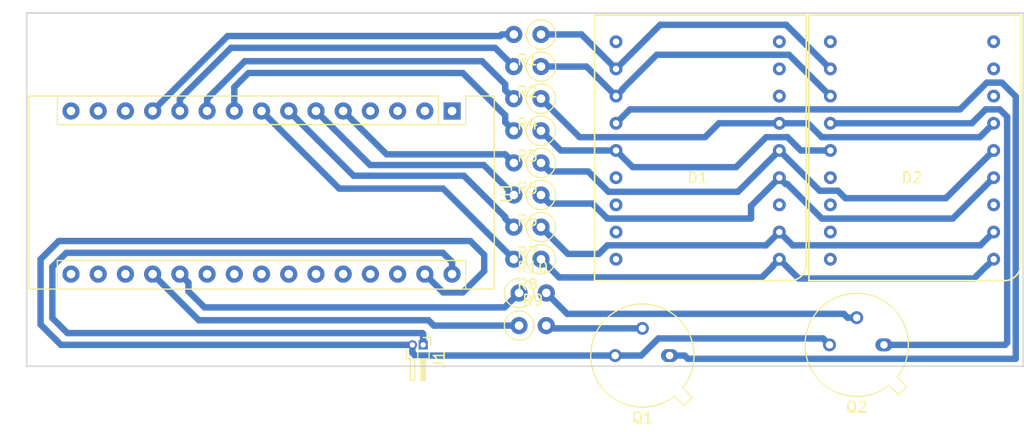
<source format=kicad_pcb>
(kicad_pcb (version 20171130) (host pcbnew 5.0.2-bee76a0~70~ubuntu18.04.1)

  (general
    (thickness 1.6)
    (drawings 4)
    (tracks 160)
    (zones 0)
    (modules 16)
    (nets 61)
  )

  (page A4)
  (layers
    (0 F.Cu signal)
    (31 B.Cu signal)
    (32 B.Adhes user)
    (33 F.Adhes user)
    (34 B.Paste user)
    (35 F.Paste user)
    (36 B.SilkS user)
    (37 F.SilkS user)
    (38 B.Mask user)
    (39 F.Mask user)
    (40 Dwgs.User user)
    (41 Cmts.User user)
    (42 Eco1.User user)
    (43 Eco2.User user)
    (44 Edge.Cuts user)
    (45 Margin user)
    (46 B.CrtYd user)
    (47 F.CrtYd user)
    (48 B.Fab user)
    (49 F.Fab user)
  )

  (setup
    (last_trace_width 0.25)
    (user_trace_width 0.6)
    (user_trace_width 0.8)
    (user_trace_width 1)
    (user_trace_width 1.2)
    (user_trace_width 1.4)
    (trace_clearance 0.2)
    (zone_clearance 0.508)
    (zone_45_only no)
    (trace_min 0.2)
    (segment_width 0.2)
    (edge_width 0.15)
    (via_size 0.8)
    (via_drill 0.4)
    (via_min_size 0.4)
    (via_min_drill 0.3)
    (user_via 1.2 0.5)
    (uvia_size 0.3)
    (uvia_drill 0.1)
    (uvias_allowed no)
    (uvia_min_size 0.2)
    (uvia_min_drill 0.1)
    (pcb_text_width 0.3)
    (pcb_text_size 1.5 1.5)
    (mod_edge_width 0.15)
    (mod_text_size 1 1)
    (mod_text_width 0.15)
    (pad_size 1.524 1.524)
    (pad_drill 0.762)
    (pad_to_mask_clearance 0.051)
    (solder_mask_min_width 0.25)
    (aux_axis_origin 0 0)
    (visible_elements 7FFFFFFF)
    (pcbplotparams
      (layerselection 0x010fc_ffffffff)
      (usegerberextensions false)
      (usegerberattributes false)
      (usegerberadvancedattributes false)
      (creategerberjobfile false)
      (excludeedgelayer true)
      (linewidth 0.100000)
      (plotframeref false)
      (viasonmask false)
      (mode 1)
      (useauxorigin false)
      (hpglpennumber 1)
      (hpglpenspeed 20)
      (hpglpendiameter 15.000000)
      (psnegative false)
      (psa4output false)
      (plotreference true)
      (plotvalue true)
      (plotinvisibletext false)
      (padsonsilk false)
      (subtractmaskfromsilk false)
      (outputformat 1)
      (mirror false)
      (drillshape 1)
      (scaleselection 1)
      (outputdirectory "../../"))
  )

  (net 0 "")
  (net 1 "Net-(D1-Pad4)")
  (net 2 "Net-(Q1-Pad2)")
  (net 3 GND)
  (net 4 "Net-(Q2-Pad2)")
  (net 5 "Net-(D2-Pad4)")
  (net 6 "Net-(D1-Pad1)")
  (net 7 "Net-(D1-Pad6)")
  (net 8 "Net-(D1-Pad7)")
  (net 9 "Net-(D1-Pad8)")
  (net 10 "Net-(D1-Pad9)")
  (net 11 "Net-(D1-Pad18)")
  (net 12 "Net-(D1-Pad17)")
  (net 13 "Net-(D1-Pad16)")
  (net 14 "Net-(D1-Pad12)")
  (net 15 "Net-(D2-Pad12)")
  (net 16 "Net-(D2-Pad16)")
  (net 17 "Net-(D2-Pad17)")
  (net 18 "Net-(D2-Pad18)")
  (net 19 "Net-(D2-Pad9)")
  (net 20 "Net-(D2-Pad8)")
  (net 21 "Net-(D2-Pad7)")
  (net 22 "Net-(D2-Pad6)")
  (net 23 "Net-(D2-Pad1)")
  (net 24 "Net-(R1-Pad2)")
  (net 25 "Net-(R2-Pad2)")
  (net 26 "Net-(R3-Pad2)")
  (net 27 "Net-(R4-Pad2)")
  (net 28 "Net-(R5-Pad2)")
  (net 29 "Net-(R6-Pad2)")
  (net 30 "Net-(R7-Pad2)")
  (net 31 "Net-(R8-Pad2)")
  (net 32 "Net-(R9-Pad1)")
  (net 33 "Net-(R10-Pad1)")
  (net 34 "Net-(U1-Pad1)")
  (net 35 "Net-(U1-Pad17)")
  (net 36 "Net-(U1-Pad2)")
  (net 37 "Net-(U1-Pad18)")
  (net 38 "Net-(U1-Pad3)")
  (net 39 "Net-(U1-Pad21)")
  (net 40 "Net-(U1-Pad22)")
  (net 41 "Net-(U1-Pad23)")
  (net 42 "Net-(U1-Pad24)")
  (net 43 "Net-(U1-Pad25)")
  (net 44 "Net-(U1-Pad26)")
  (net 45 "Net-(U1-Pad27)")
  (net 46 "Net-(U1-Pad28)")
  (net 47 "Net-(U1-Pad13)")
  (net 48 "Net-(U1-Pad14)")
  (net 49 +5V)
  (net 50 "Net-(U1-Pad15)")
  (net 51 "Net-(U1-Pad16)")
  (net 52 L10)
  (net 53 L11)
  (net 54 L13)
  (net 55 L14)
  (net 56 L15)
  (net 57 L5)
  (net 58 L3)
  (net 59 L2)
  (net 60 "Net-(U1-Pad4)")

  (net_class Default "Dies ist die voreingestellte Netzklasse."
    (clearance 0.2)
    (trace_width 0.25)
    (via_dia 0.8)
    (via_drill 0.4)
    (uvia_dia 0.3)
    (uvia_drill 0.1)
    (add_net +5V)
    (add_net GND)
    (add_net L10)
    (add_net L11)
    (add_net L13)
    (add_net L14)
    (add_net L15)
    (add_net L2)
    (add_net L3)
    (add_net L5)
    (add_net "Net-(D1-Pad1)")
    (add_net "Net-(D1-Pad12)")
    (add_net "Net-(D1-Pad16)")
    (add_net "Net-(D1-Pad17)")
    (add_net "Net-(D1-Pad18)")
    (add_net "Net-(D1-Pad4)")
    (add_net "Net-(D1-Pad6)")
    (add_net "Net-(D1-Pad7)")
    (add_net "Net-(D1-Pad8)")
    (add_net "Net-(D1-Pad9)")
    (add_net "Net-(D2-Pad1)")
    (add_net "Net-(D2-Pad12)")
    (add_net "Net-(D2-Pad16)")
    (add_net "Net-(D2-Pad17)")
    (add_net "Net-(D2-Pad18)")
    (add_net "Net-(D2-Pad4)")
    (add_net "Net-(D2-Pad6)")
    (add_net "Net-(D2-Pad7)")
    (add_net "Net-(D2-Pad8)")
    (add_net "Net-(D2-Pad9)")
    (add_net "Net-(Q1-Pad2)")
    (add_net "Net-(Q2-Pad2)")
    (add_net "Net-(R1-Pad2)")
    (add_net "Net-(R10-Pad1)")
    (add_net "Net-(R2-Pad2)")
    (add_net "Net-(R3-Pad2)")
    (add_net "Net-(R4-Pad2)")
    (add_net "Net-(R5-Pad2)")
    (add_net "Net-(R6-Pad2)")
    (add_net "Net-(R7-Pad2)")
    (add_net "Net-(R8-Pad2)")
    (add_net "Net-(R9-Pad1)")
    (add_net "Net-(U1-Pad1)")
    (add_net "Net-(U1-Pad13)")
    (add_net "Net-(U1-Pad14)")
    (add_net "Net-(U1-Pad15)")
    (add_net "Net-(U1-Pad16)")
    (add_net "Net-(U1-Pad17)")
    (add_net "Net-(U1-Pad18)")
    (add_net "Net-(U1-Pad2)")
    (add_net "Net-(U1-Pad21)")
    (add_net "Net-(U1-Pad22)")
    (add_net "Net-(U1-Pad23)")
    (add_net "Net-(U1-Pad24)")
    (add_net "Net-(U1-Pad25)")
    (add_net "Net-(U1-Pad26)")
    (add_net "Net-(U1-Pad27)")
    (add_net "Net-(U1-Pad28)")
    (add_net "Net-(U1-Pad3)")
    (add_net "Net-(U1-Pad4)")
  )

  (module david:VQB27 (layer F.Cu) (tedit 5C4F1DF0) (tstamp 5C6809FA)
    (at 95 43)
    (path /5C4EFD61)
    (fp_text reference D2 (at 7.62 -7.62) (layer F.SilkS)
      (effects (font (size 1 1) (thickness 0.15)))
    )
    (fp_text value VQB27 (at 7.62 -10.16) (layer F.Fab)
      (effects (font (size 1 1) (thickness 0.15)))
    )
    (fp_arc (start 16.25 0.5) (end 16.25 2) (angle -90) (layer F.SilkS) (width 0.15))
    (fp_line (start -2 2) (end 16.25 2) (layer F.SilkS) (width 0.15))
    (fp_line (start 17.75 -22.8) (end 17.75 0.5) (layer F.SilkS) (width 0.15))
    (fp_line (start -2 -22.8) (end 17.75 -22.8) (layer F.SilkS) (width 0.15))
    (fp_line (start -2 2) (end -2 -22.8) (layer F.SilkS) (width 0.15))
    (pad 10 thru_hole circle (at 15.24 0) (size 1.2 1.2) (drill 0.6) (layers *.Cu *.Mask)
      (net 52 L10))
    (pad 11 thru_hole circle (at 15.24 -2.54) (size 1.2 1.2) (drill 0.6) (layers *.Cu *.Mask)
      (net 53 L11))
    (pad 12 thru_hole circle (at 15.24 -5.08) (size 1.2 1.2) (drill 0.6) (layers *.Cu *.Mask)
      (net 15 "Net-(D2-Pad12)"))
    (pad 13 thru_hole circle (at 15.24 -7.62) (size 1.2 1.2) (drill 0.6) (layers *.Cu *.Mask)
      (net 54 L13))
    (pad 14 thru_hole circle (at 15.24 -10.16) (size 1.2 1.2) (drill 0.6) (layers *.Cu *.Mask)
      (net 55 L14))
    (pad 15 thru_hole circle (at 15.24 -12.7) (size 1.2 1.2) (drill 0.6) (layers *.Cu *.Mask)
      (net 56 L15))
    (pad 16 thru_hole circle (at 15.24 -15.24) (size 1.2 1.2) (drill 0.6) (layers *.Cu *.Mask)
      (net 16 "Net-(D2-Pad16)"))
    (pad 17 thru_hole circle (at 15.24 -17.78) (size 1.2 1.2) (drill 0.6) (layers *.Cu *.Mask)
      (net 17 "Net-(D2-Pad17)"))
    (pad 18 thru_hole circle (at 15.24 -20.32) (size 1.2 1.2) (drill 0.6) (layers *.Cu *.Mask)
      (net 18 "Net-(D2-Pad18)"))
    (pad 9 thru_hole circle (at 0 0) (size 1.2 1.2) (drill 0.6) (layers *.Cu *.Mask)
      (net 19 "Net-(D2-Pad9)"))
    (pad 8 thru_hole circle (at 0 -2.54) (size 1.2 1.2) (drill 0.6) (layers *.Cu *.Mask)
      (net 20 "Net-(D2-Pad8)"))
    (pad 7 thru_hole circle (at 0 -5.08) (size 1.2 1.2) (drill 0.6) (layers *.Cu *.Mask)
      (net 21 "Net-(D2-Pad7)"))
    (pad 6 thru_hole circle (at 0 -7.62) (size 1.2 1.2) (drill 0.6) (layers *.Cu *.Mask)
      (net 22 "Net-(D2-Pad6)"))
    (pad 5 thru_hole circle (at 0 -10.16) (size 1.2 1.2) (drill 0.6) (layers *.Cu *.Mask)
      (net 57 L5))
    (pad 4 thru_hole circle (at 0 -12.7) (size 1.2 1.2) (drill 0.6) (layers *.Cu *.Mask)
      (net 5 "Net-(D2-Pad4)"))
    (pad 3 thru_hole circle (at 0 -15.24) (size 1.2 1.2) (drill 0.6) (layers *.Cu *.Mask)
      (net 58 L3))
    (pad 2 thru_hole circle (at 0 -17.78) (size 1.2 1.2) (drill 0.6) (layers *.Cu *.Mask)
      (net 59 L2))
    (pad 1 thru_hole circle (at 0 -20.32) (size 1.2 1.2) (drill 0.6) (layers *.Cu *.Mask)
      (net 23 "Net-(D2-Pad1)"))
  )

  (module david:VQB27 (layer F.Cu) (tedit 5C4F1DF0) (tstamp 5C6809DF)
    (at 75 43)
    (path /5C4EFDC8)
    (fp_text reference D1 (at 7.62 -7.62) (layer F.SilkS)
      (effects (font (size 1 1) (thickness 0.15)))
    )
    (fp_text value VQB27 (at 7.62 -10.16) (layer F.Fab)
      (effects (font (size 1 1) (thickness 0.15)))
    )
    (fp_arc (start 16.25 0.5) (end 16.25 2) (angle -90) (layer F.SilkS) (width 0.15))
    (fp_line (start -2 2) (end 16.25 2) (layer F.SilkS) (width 0.15))
    (fp_line (start 17.75 -22.8) (end 17.75 0.5) (layer F.SilkS) (width 0.15))
    (fp_line (start -2 -22.8) (end 17.75 -22.8) (layer F.SilkS) (width 0.15))
    (fp_line (start -2 2) (end -2 -22.8) (layer F.SilkS) (width 0.15))
    (pad 10 thru_hole circle (at 15.24 0) (size 1.2 1.2) (drill 0.6) (layers *.Cu *.Mask)
      (net 52 L10))
    (pad 11 thru_hole circle (at 15.24 -2.54) (size 1.2 1.2) (drill 0.6) (layers *.Cu *.Mask)
      (net 53 L11))
    (pad 12 thru_hole circle (at 15.24 -5.08) (size 1.2 1.2) (drill 0.6) (layers *.Cu *.Mask)
      (net 14 "Net-(D1-Pad12)"))
    (pad 13 thru_hole circle (at 15.24 -7.62) (size 1.2 1.2) (drill 0.6) (layers *.Cu *.Mask)
      (net 54 L13))
    (pad 14 thru_hole circle (at 15.24 -10.16) (size 1.2 1.2) (drill 0.6) (layers *.Cu *.Mask)
      (net 55 L14))
    (pad 15 thru_hole circle (at 15.24 -12.7) (size 1.2 1.2) (drill 0.6) (layers *.Cu *.Mask)
      (net 56 L15))
    (pad 16 thru_hole circle (at 15.24 -15.24) (size 1.2 1.2) (drill 0.6) (layers *.Cu *.Mask)
      (net 13 "Net-(D1-Pad16)"))
    (pad 17 thru_hole circle (at 15.24 -17.78) (size 1.2 1.2) (drill 0.6) (layers *.Cu *.Mask)
      (net 12 "Net-(D1-Pad17)"))
    (pad 18 thru_hole circle (at 15.24 -20.32) (size 1.2 1.2) (drill 0.6) (layers *.Cu *.Mask)
      (net 11 "Net-(D1-Pad18)"))
    (pad 9 thru_hole circle (at 0 0) (size 1.2 1.2) (drill 0.6) (layers *.Cu *.Mask)
      (net 10 "Net-(D1-Pad9)"))
    (pad 8 thru_hole circle (at 0 -2.54) (size 1.2 1.2) (drill 0.6) (layers *.Cu *.Mask)
      (net 9 "Net-(D1-Pad8)"))
    (pad 7 thru_hole circle (at 0 -5.08) (size 1.2 1.2) (drill 0.6) (layers *.Cu *.Mask)
      (net 8 "Net-(D1-Pad7)"))
    (pad 6 thru_hole circle (at 0 -7.62) (size 1.2 1.2) (drill 0.6) (layers *.Cu *.Mask)
      (net 7 "Net-(D1-Pad6)"))
    (pad 5 thru_hole circle (at 0 -10.16) (size 1.2 1.2) (drill 0.6) (layers *.Cu *.Mask)
      (net 57 L5))
    (pad 4 thru_hole circle (at 0 -12.7) (size 1.2 1.2) (drill 0.6) (layers *.Cu *.Mask)
      (net 1 "Net-(D1-Pad4)"))
    (pad 3 thru_hole circle (at 0 -15.24) (size 1.2 1.2) (drill 0.6) (layers *.Cu *.Mask)
      (net 58 L3))
    (pad 2 thru_hole circle (at 0 -17.78) (size 1.2 1.2) (drill 0.6) (layers *.Cu *.Mask)
      (net 59 L2))
    (pad 1 thru_hole circle (at 0 -20.32) (size 1.2 1.2) (drill 0.6) (layers *.Cu *.Mask)
      (net 6 "Net-(D1-Pad1)"))
  )

  (module Connector_PinHeader_1.00mm:PinHeader_1x02_P1.00mm_Horizontal (layer F.Cu) (tedit 59FED737) (tstamp 5C680B20)
    (at 57 51 270)
    (descr "Through hole angled pin header, 1x02, 1.00mm pitch, 2.0mm pin length, single row")
    (tags "Through hole angled pin header THT 1x02 1.00mm single row")
    (path /5C5685C4)
    (fp_text reference J1 (at 1.375 -1.5 270) (layer F.SilkS)
      (effects (font (size 1 1) (thickness 0.15)))
    )
    (fp_text value Conn_01x02_Male (at 1.375 2.5 270) (layer F.Fab)
      (effects (font (size 1 1) (thickness 0.15)))
    )
    (fp_line (start 0.5 -0.5) (end 1.25 -0.5) (layer F.Fab) (width 0.1))
    (fp_line (start 1.25 -0.5) (end 1.25 1.5) (layer F.Fab) (width 0.1))
    (fp_line (start 1.25 1.5) (end 0.25 1.5) (layer F.Fab) (width 0.1))
    (fp_line (start 0.25 1.5) (end 0.25 -0.25) (layer F.Fab) (width 0.1))
    (fp_line (start 0.25 -0.25) (end 0.5 -0.5) (layer F.Fab) (width 0.1))
    (fp_line (start -0.15 -0.15) (end 0.25 -0.15) (layer F.Fab) (width 0.1))
    (fp_line (start -0.15 -0.15) (end -0.15 0.15) (layer F.Fab) (width 0.1))
    (fp_line (start -0.15 0.15) (end 0.25 0.15) (layer F.Fab) (width 0.1))
    (fp_line (start 1.25 -0.15) (end 3.25 -0.15) (layer F.Fab) (width 0.1))
    (fp_line (start 3.25 -0.15) (end 3.25 0.15) (layer F.Fab) (width 0.1))
    (fp_line (start 1.25 0.15) (end 3.25 0.15) (layer F.Fab) (width 0.1))
    (fp_line (start -0.15 0.85) (end 0.25 0.85) (layer F.Fab) (width 0.1))
    (fp_line (start -0.15 0.85) (end -0.15 1.15) (layer F.Fab) (width 0.1))
    (fp_line (start -0.15 1.15) (end 0.25 1.15) (layer F.Fab) (width 0.1))
    (fp_line (start 1.25 0.85) (end 3.25 0.85) (layer F.Fab) (width 0.1))
    (fp_line (start 3.25 0.85) (end 3.25 1.15) (layer F.Fab) (width 0.1))
    (fp_line (start 1.25 1.15) (end 3.25 1.15) (layer F.Fab) (width 0.1))
    (fp_line (start 0.685 -0.56) (end 1.31 -0.56) (layer F.SilkS) (width 0.12))
    (fp_line (start 1.31 -0.56) (end 1.31 1.56) (layer F.SilkS) (width 0.12))
    (fp_line (start 1.31 1.56) (end 0.394493 1.56) (layer F.SilkS) (width 0.12))
    (fp_line (start 1.31 -0.21) (end 3.31 -0.21) (layer F.SilkS) (width 0.12))
    (fp_line (start 3.31 -0.21) (end 3.31 0.21) (layer F.SilkS) (width 0.12))
    (fp_line (start 3.31 0.21) (end 1.31 0.21) (layer F.SilkS) (width 0.12))
    (fp_line (start 1.31 -0.15) (end 3.31 -0.15) (layer F.SilkS) (width 0.12))
    (fp_line (start 1.31 -0.03) (end 3.31 -0.03) (layer F.SilkS) (width 0.12))
    (fp_line (start 1.31 0.09) (end 3.31 0.09) (layer F.SilkS) (width 0.12))
    (fp_line (start 0.685 0.5) (end 1.31 0.5) (layer F.SilkS) (width 0.12))
    (fp_line (start 1.31 0.79) (end 3.31 0.79) (layer F.SilkS) (width 0.12))
    (fp_line (start 3.31 0.79) (end 3.31 1.21) (layer F.SilkS) (width 0.12))
    (fp_line (start 3.31 1.21) (end 1.31 1.21) (layer F.SilkS) (width 0.12))
    (fp_line (start -0.685 0) (end -0.685 -0.685) (layer F.SilkS) (width 0.12))
    (fp_line (start -0.685 -0.685) (end 0 -0.685) (layer F.SilkS) (width 0.12))
    (fp_line (start -1 -1) (end -1 2) (layer F.CrtYd) (width 0.05))
    (fp_line (start -1 2) (end 3.75 2) (layer F.CrtYd) (width 0.05))
    (fp_line (start 3.75 2) (end 3.75 -1) (layer F.CrtYd) (width 0.05))
    (fp_line (start 3.75 -1) (end -1 -1) (layer F.CrtYd) (width 0.05))
    (fp_text user %R (at 0.75 0.5) (layer F.Fab)
      (effects (font (size 0.6 0.6) (thickness 0.09)))
    )
    (pad 1 thru_hole rect (at 0 0 270) (size 0.85 0.85) (drill 0.5) (layers *.Cu *.Mask)
      (net 49 +5V))
    (pad 2 thru_hole oval (at 0 1 270) (size 0.85 0.85) (drill 0.5) (layers *.Cu *.Mask)
      (net 3 GND))
    (model ${KISYS3DMOD}/Connector_PinHeader_1.00mm.3dshapes/PinHeader_1x02_P1.00mm_Horizontal.wrl
      (at (xyz 0 0 0))
      (scale (xyz 1 1 1))
      (rotate (xyz 0 0 0))
    )
  )

  (module Module:Arduino_Nano (layer F.Cu) (tedit 58ACAF70) (tstamp 5C680AF5)
    (at 59.7 29.15 270)
    (descr "Arduino Nano, http://www.mouser.com/pdfdocs/Gravitech_Arduino_Nano3_0.pdf")
    (tags "Arduino Nano")
    (path /5C4F35F1)
    (fp_text reference U1 (at 7.62 -5.08 270) (layer F.SilkS)
      (effects (font (size 1 1) (thickness 0.15)))
    )
    (fp_text value arduinonano (at 10 19.05) (layer F.Fab)
      (effects (font (size 1 1) (thickness 0.15)))
    )
    (fp_text user %R (at 6.35 19.05) (layer F.Fab)
      (effects (font (size 1 1) (thickness 0.15)))
    )
    (fp_line (start 1.27 1.27) (end 1.27 -1.27) (layer F.SilkS) (width 0.12))
    (fp_line (start 1.27 -1.27) (end -1.4 -1.27) (layer F.SilkS) (width 0.12))
    (fp_line (start -1.4 1.27) (end -1.4 39.5) (layer F.SilkS) (width 0.12))
    (fp_line (start -1.4 -3.94) (end -1.4 -1.27) (layer F.SilkS) (width 0.12))
    (fp_line (start 13.97 -1.27) (end 16.64 -1.27) (layer F.SilkS) (width 0.12))
    (fp_line (start 13.97 -1.27) (end 13.97 36.83) (layer F.SilkS) (width 0.12))
    (fp_line (start 13.97 36.83) (end 16.64 36.83) (layer F.SilkS) (width 0.12))
    (fp_line (start 1.27 1.27) (end -1.4 1.27) (layer F.SilkS) (width 0.12))
    (fp_line (start 1.27 1.27) (end 1.27 36.83) (layer F.SilkS) (width 0.12))
    (fp_line (start 1.27 36.83) (end -1.4 36.83) (layer F.SilkS) (width 0.12))
    (fp_line (start 3.81 31.75) (end 11.43 31.75) (layer F.Fab) (width 0.1))
    (fp_line (start 11.43 31.75) (end 11.43 41.91) (layer F.Fab) (width 0.1))
    (fp_line (start 11.43 41.91) (end 3.81 41.91) (layer F.Fab) (width 0.1))
    (fp_line (start 3.81 41.91) (end 3.81 31.75) (layer F.Fab) (width 0.1))
    (fp_line (start -1.4 39.5) (end 16.64 39.5) (layer F.SilkS) (width 0.12))
    (fp_line (start 16.64 39.5) (end 16.64 -3.94) (layer F.SilkS) (width 0.12))
    (fp_line (start 16.64 -3.94) (end -1.4 -3.94) (layer F.SilkS) (width 0.12))
    (fp_line (start 16.51 39.37) (end -1.27 39.37) (layer F.Fab) (width 0.1))
    (fp_line (start -1.27 39.37) (end -1.27 -2.54) (layer F.Fab) (width 0.1))
    (fp_line (start -1.27 -2.54) (end 0 -3.81) (layer F.Fab) (width 0.1))
    (fp_line (start 0 -3.81) (end 16.51 -3.81) (layer F.Fab) (width 0.1))
    (fp_line (start 16.51 -3.81) (end 16.51 39.37) (layer F.Fab) (width 0.1))
    (fp_line (start -1.53 -4.06) (end 16.75 -4.06) (layer F.CrtYd) (width 0.05))
    (fp_line (start -1.53 -4.06) (end -1.53 42.16) (layer F.CrtYd) (width 0.05))
    (fp_line (start 16.75 42.16) (end 16.75 -4.06) (layer F.CrtYd) (width 0.05))
    (fp_line (start 16.75 42.16) (end -1.53 42.16) (layer F.CrtYd) (width 0.05))
    (pad 1 thru_hole rect (at 0 0 270) (size 1.6 1.6) (drill 0.8) (layers *.Cu *.Mask)
      (net 34 "Net-(U1-Pad1)"))
    (pad 17 thru_hole oval (at 15.24 33.02 270) (size 1.6 1.6) (drill 0.8) (layers *.Cu *.Mask)
      (net 35 "Net-(U1-Pad17)"))
    (pad 2 thru_hole oval (at 0 2.54 270) (size 1.6 1.6) (drill 0.8) (layers *.Cu *.Mask)
      (net 36 "Net-(U1-Pad2)"))
    (pad 18 thru_hole oval (at 15.24 30.48 270) (size 1.6 1.6) (drill 0.8) (layers *.Cu *.Mask)
      (net 37 "Net-(U1-Pad18)"))
    (pad 3 thru_hole oval (at 0 5.08 270) (size 1.6 1.6) (drill 0.8) (layers *.Cu *.Mask)
      (net 38 "Net-(U1-Pad3)"))
    (pad 19 thru_hole oval (at 15.24 27.94 270) (size 1.6 1.6) (drill 0.8) (layers *.Cu *.Mask)
      (net 32 "Net-(R9-Pad1)"))
    (pad 4 thru_hole oval (at 0 7.62 270) (size 1.6 1.6) (drill 0.8) (layers *.Cu *.Mask)
      (net 60 "Net-(U1-Pad4)"))
    (pad 20 thru_hole oval (at 15.24 25.4 270) (size 1.6 1.6) (drill 0.8) (layers *.Cu *.Mask)
      (net 33 "Net-(R10-Pad1)"))
    (pad 5 thru_hole oval (at 0 10.16 270) (size 1.6 1.6) (drill 0.8) (layers *.Cu *.Mask)
      (net 28 "Net-(R5-Pad2)"))
    (pad 21 thru_hole oval (at 15.24 22.86 270) (size 1.6 1.6) (drill 0.8) (layers *.Cu *.Mask)
      (net 39 "Net-(U1-Pad21)"))
    (pad 6 thru_hole oval (at 0 12.7 270) (size 1.6 1.6) (drill 0.8) (layers *.Cu *.Mask)
      (net 29 "Net-(R6-Pad2)"))
    (pad 22 thru_hole oval (at 15.24 20.32 270) (size 1.6 1.6) (drill 0.8) (layers *.Cu *.Mask)
      (net 40 "Net-(U1-Pad22)"))
    (pad 7 thru_hole oval (at 0 15.24 270) (size 1.6 1.6) (drill 0.8) (layers *.Cu *.Mask)
      (net 30 "Net-(R7-Pad2)"))
    (pad 23 thru_hole oval (at 15.24 17.78 270) (size 1.6 1.6) (drill 0.8) (layers *.Cu *.Mask)
      (net 41 "Net-(U1-Pad23)"))
    (pad 8 thru_hole oval (at 0 17.78 270) (size 1.6 1.6) (drill 0.8) (layers *.Cu *.Mask)
      (net 31 "Net-(R8-Pad2)"))
    (pad 24 thru_hole oval (at 15.24 15.24 270) (size 1.6 1.6) (drill 0.8) (layers *.Cu *.Mask)
      (net 42 "Net-(U1-Pad24)"))
    (pad 9 thru_hole oval (at 0 20.32 270) (size 1.6 1.6) (drill 0.8) (layers *.Cu *.Mask)
      (net 26 "Net-(R3-Pad2)"))
    (pad 25 thru_hole oval (at 15.24 12.7 270) (size 1.6 1.6) (drill 0.8) (layers *.Cu *.Mask)
      (net 43 "Net-(U1-Pad25)"))
    (pad 10 thru_hole oval (at 0 22.86 270) (size 1.6 1.6) (drill 0.8) (layers *.Cu *.Mask)
      (net 27 "Net-(R4-Pad2)"))
    (pad 26 thru_hole oval (at 15.24 10.16 270) (size 1.6 1.6) (drill 0.8) (layers *.Cu *.Mask)
      (net 44 "Net-(U1-Pad26)"))
    (pad 11 thru_hole oval (at 0 25.4 270) (size 1.6 1.6) (drill 0.8) (layers *.Cu *.Mask)
      (net 25 "Net-(R2-Pad2)"))
    (pad 27 thru_hole oval (at 15.24 7.62 270) (size 1.6 1.6) (drill 0.8) (layers *.Cu *.Mask)
      (net 45 "Net-(U1-Pad27)"))
    (pad 12 thru_hole oval (at 0 27.94 270) (size 1.6 1.6) (drill 0.8) (layers *.Cu *.Mask)
      (net 24 "Net-(R1-Pad2)"))
    (pad 28 thru_hole oval (at 15.24 5.08 270) (size 1.6 1.6) (drill 0.8) (layers *.Cu *.Mask)
      (net 46 "Net-(U1-Pad28)"))
    (pad 13 thru_hole oval (at 0 30.48 270) (size 1.6 1.6) (drill 0.8) (layers *.Cu *.Mask)
      (net 47 "Net-(U1-Pad13)"))
    (pad 29 thru_hole oval (at 15.24 2.54 270) (size 1.6 1.6) (drill 0.8) (layers *.Cu *.Mask)
      (net 3 GND))
    (pad 14 thru_hole oval (at 0 33.02 270) (size 1.6 1.6) (drill 0.8) (layers *.Cu *.Mask)
      (net 48 "Net-(U1-Pad14)"))
    (pad 30 thru_hole oval (at 15.24 0 270) (size 1.6 1.6) (drill 0.8) (layers *.Cu *.Mask)
      (net 49 +5V))
    (pad 15 thru_hole oval (at 0 35.56 270) (size 1.6 1.6) (drill 0.8) (layers *.Cu *.Mask)
      (net 50 "Net-(U1-Pad15)"))
    (pad 16 thru_hole oval (at 15.24 35.56 270) (size 1.6 1.6) (drill 0.8) (layers *.Cu *.Mask)
      (net 51 "Net-(U1-Pad16)"))
    (model ${KISYS3DMOD}/Module.3dshapes/Arduino_Nano_WithMountingHoles.wrl
      (at (xyz 0 0 0))
      (scale (xyz 1 1 1))
      (rotate (xyz 0 0 0))
    )
  )

  (module Package_TO_SOT_THT:TO-39-3 (layer F.Cu) (tedit 5A02FF81) (tstamp 5C680AA5)
    (at 100 51 180)
    (descr TO-39-3)
    (tags TO-39-3)
    (path /5C4F00F5)
    (fp_text reference Q2 (at 2.54 -5.82 180) (layer F.SilkS)
      (effects (font (size 1 1) (thickness 0.15)))
    )
    (fp_text value BC107 (at 2.54 5.82 180) (layer F.Fab)
      (effects (font (size 1 1) (thickness 0.15)))
    )
    (fp_arc (start 2.54 0) (end -0.457084 -3.774902) (angle 346.9) (layer F.SilkS) (width 0.12))
    (fp_arc (start 2.54 0) (end -0.465408 -3.61352) (angle 349.5) (layer F.Fab) (width 0.1))
    (fp_circle (center 2.54 0) (end 6.79 0) (layer F.Fab) (width 0.1))
    (fp_line (start 7.49 -4.95) (end -2.41 -4.95) (layer F.CrtYd) (width 0.05))
    (fp_line (start 7.49 4.95) (end 7.49 -4.95) (layer F.CrtYd) (width 0.05))
    (fp_line (start -2.41 4.95) (end 7.49 4.95) (layer F.CrtYd) (width 0.05))
    (fp_line (start -2.41 -4.95) (end -2.41 4.95) (layer F.CrtYd) (width 0.05))
    (fp_line (start -2.125856 -3.888039) (end -1.234902 -2.997084) (layer F.SilkS) (width 0.12))
    (fp_line (start -1.348039 -4.665856) (end -2.125856 -3.888039) (layer F.SilkS) (width 0.12))
    (fp_line (start -0.457084 -3.774902) (end -1.348039 -4.665856) (layer F.SilkS) (width 0.12))
    (fp_line (start -1.879621 -3.81151) (end -1.07352 -3.005408) (layer F.Fab) (width 0.1))
    (fp_line (start -1.27151 -4.419621) (end -1.879621 -3.81151) (layer F.Fab) (width 0.1))
    (fp_line (start -0.465408 -3.61352) (end -1.27151 -4.419621) (layer F.Fab) (width 0.1))
    (fp_text user %R (at 2.54 -5.82 180) (layer F.Fab)
      (effects (font (size 1 1) (thickness 0.15)))
    )
    (pad 3 thru_hole oval (at 5.08 0 180) (size 1.2 1.2) (drill 0.7) (layers *.Cu *.Mask)
      (net 3 GND))
    (pad 2 thru_hole oval (at 2.54 2.54 180) (size 1.2 1.2) (drill 0.7) (layers *.Cu *.Mask)
      (net 4 "Net-(Q2-Pad2)"))
    (pad 1 thru_hole oval (at 0 0 180) (size 1.6 1.2) (drill 0.7) (layers *.Cu *.Mask)
      (net 5 "Net-(D2-Pad4)"))
    (model ${KISYS3DMOD}/Package_TO_SOT_THT.3dshapes/TO-39-3.wrl
      (at (xyz 0 0 0))
      (scale (xyz 1 1 1))
      (rotate (xyz 0 0 0))
    )
  )

  (module Package_TO_SOT_THT:TO-39-3 (layer F.Cu) (tedit 5A02FF81) (tstamp 5C680A91)
    (at 80 52 180)
    (descr TO-39-3)
    (tags TO-39-3)
    (path /5C4EFF18)
    (fp_text reference Q1 (at 2.54 -5.82 180) (layer F.SilkS)
      (effects (font (size 1 1) (thickness 0.15)))
    )
    (fp_text value BC107 (at 2.54 5.82 180) (layer F.Fab)
      (effects (font (size 1 1) (thickness 0.15)))
    )
    (fp_text user %R (at 2.54 -5.82 180) (layer F.Fab)
      (effects (font (size 1 1) (thickness 0.15)))
    )
    (fp_line (start -0.465408 -3.61352) (end -1.27151 -4.419621) (layer F.Fab) (width 0.1))
    (fp_line (start -1.27151 -4.419621) (end -1.879621 -3.81151) (layer F.Fab) (width 0.1))
    (fp_line (start -1.879621 -3.81151) (end -1.07352 -3.005408) (layer F.Fab) (width 0.1))
    (fp_line (start -0.457084 -3.774902) (end -1.348039 -4.665856) (layer F.SilkS) (width 0.12))
    (fp_line (start -1.348039 -4.665856) (end -2.125856 -3.888039) (layer F.SilkS) (width 0.12))
    (fp_line (start -2.125856 -3.888039) (end -1.234902 -2.997084) (layer F.SilkS) (width 0.12))
    (fp_line (start -2.41 -4.95) (end -2.41 4.95) (layer F.CrtYd) (width 0.05))
    (fp_line (start -2.41 4.95) (end 7.49 4.95) (layer F.CrtYd) (width 0.05))
    (fp_line (start 7.49 4.95) (end 7.49 -4.95) (layer F.CrtYd) (width 0.05))
    (fp_line (start 7.49 -4.95) (end -2.41 -4.95) (layer F.CrtYd) (width 0.05))
    (fp_circle (center 2.54 0) (end 6.79 0) (layer F.Fab) (width 0.1))
    (fp_arc (start 2.54 0) (end -0.465408 -3.61352) (angle 349.5) (layer F.Fab) (width 0.1))
    (fp_arc (start 2.54 0) (end -0.457084 -3.774902) (angle 346.9) (layer F.SilkS) (width 0.12))
    (pad 1 thru_hole oval (at 0 0 180) (size 1.6 1.2) (drill 0.7) (layers *.Cu *.Mask)
      (net 1 "Net-(D1-Pad4)"))
    (pad 2 thru_hole oval (at 2.54 2.54 180) (size 1.2 1.2) (drill 0.7) (layers *.Cu *.Mask)
      (net 2 "Net-(Q1-Pad2)"))
    (pad 3 thru_hole oval (at 5.08 0 180) (size 1.2 1.2) (drill 0.7) (layers *.Cu *.Mask)
      (net 3 GND))
    (model ${KISYS3DMOD}/Package_TO_SOT_THT.3dshapes/TO-39-3.wrl
      (at (xyz 0 0 0))
      (scale (xyz 1 1 1))
      (rotate (xyz 0 0 0))
    )
  )

  (module Resistor_THT:R_Axial_DIN0207_L6.3mm_D2.5mm_P2.54mm_Vertical (layer F.Cu) (tedit 5AE5139B) (tstamp 5C680A90)
    (at 65.95 46.15)
    (descr "Resistor, Axial_DIN0207 series, Axial, Vertical, pin pitch=2.54mm, 0.25W = 1/4W, length*diameter=6.3*2.5mm^2, http://cdn-reichelt.de/documents/datenblatt/B400/1_4W%23YAG.pdf")
    (tags "Resistor Axial_DIN0207 series Axial Vertical pin pitch 2.54mm 0.25W = 1/4W length 6.3mm diameter 2.5mm")
    (path /5C4F55BE)
    (fp_text reference R10 (at 1.27 -2.37) (layer F.SilkS)
      (effects (font (size 1 1) (thickness 0.15)))
    )
    (fp_text value 4K (at 1.27 2.37) (layer F.Fab)
      (effects (font (size 1 1) (thickness 0.15)))
    )
    (fp_text user %R (at 1.27 -2.37) (layer F.Fab)
      (effects (font (size 1 1) (thickness 0.15)))
    )
    (fp_line (start 3.59 -1.5) (end -1.5 -1.5) (layer F.CrtYd) (width 0.05))
    (fp_line (start 3.59 1.5) (end 3.59 -1.5) (layer F.CrtYd) (width 0.05))
    (fp_line (start -1.5 1.5) (end 3.59 1.5) (layer F.CrtYd) (width 0.05))
    (fp_line (start -1.5 -1.5) (end -1.5 1.5) (layer F.CrtYd) (width 0.05))
    (fp_line (start 1.37 0) (end 1.44 0) (layer F.SilkS) (width 0.12))
    (fp_line (start 0 0) (end 2.54 0) (layer F.Fab) (width 0.1))
    (fp_circle (center 0 0) (end 1.37 0) (layer F.SilkS) (width 0.12))
    (fp_circle (center 0 0) (end 1.25 0) (layer F.Fab) (width 0.1))
    (pad 2 thru_hole oval (at 2.54 0) (size 1.6 1.6) (drill 0.8) (layers *.Cu *.Mask)
      (net 4 "Net-(Q2-Pad2)"))
    (pad 1 thru_hole circle (at 0 0) (size 1.6 1.6) (drill 0.8) (layers *.Cu *.Mask)
      (net 33 "Net-(R10-Pad1)"))
    (model ${KISYS3DMOD}/Resistor_THT.3dshapes/R_Axial_DIN0207_L6.3mm_D2.5mm_P2.54mm_Vertical.wrl
      (at (xyz 0 0 0))
      (scale (xyz 1 1 1))
      (rotate (xyz 0 0 0))
    )
  )

  (module Resistor_THT:R_Axial_DIN0207_L6.3mm_D2.5mm_P2.54mm_Vertical (layer F.Cu) (tedit 5AE5139B) (tstamp 5C680A81)
    (at 65.95 49.2)
    (descr "Resistor, Axial_DIN0207 series, Axial, Vertical, pin pitch=2.54mm, 0.25W = 1/4W, length*diameter=6.3*2.5mm^2, http://cdn-reichelt.de/documents/datenblatt/B400/1_4W%23YAG.pdf")
    (tags "Resistor Axial_DIN0207 series Axial Vertical pin pitch 2.54mm 0.25W = 1/4W length 6.3mm diameter 2.5mm")
    (path /5C4F5478)
    (fp_text reference R9 (at 1.27 -2.37) (layer F.SilkS)
      (effects (font (size 1 1) (thickness 0.15)))
    )
    (fp_text value 4K (at 1.27 2.37) (layer F.Fab)
      (effects (font (size 1 1) (thickness 0.15)))
    )
    (fp_circle (center 0 0) (end 1.25 0) (layer F.Fab) (width 0.1))
    (fp_circle (center 0 0) (end 1.37 0) (layer F.SilkS) (width 0.12))
    (fp_line (start 0 0) (end 2.54 0) (layer F.Fab) (width 0.1))
    (fp_line (start 1.37 0) (end 1.44 0) (layer F.SilkS) (width 0.12))
    (fp_line (start -1.5 -1.5) (end -1.5 1.5) (layer F.CrtYd) (width 0.05))
    (fp_line (start -1.5 1.5) (end 3.59 1.5) (layer F.CrtYd) (width 0.05))
    (fp_line (start 3.59 1.5) (end 3.59 -1.5) (layer F.CrtYd) (width 0.05))
    (fp_line (start 3.59 -1.5) (end -1.5 -1.5) (layer F.CrtYd) (width 0.05))
    (fp_text user %R (at 1.27 -2.37) (layer F.Fab)
      (effects (font (size 1 1) (thickness 0.15)))
    )
    (pad 1 thru_hole circle (at 0 0) (size 1.6 1.6) (drill 0.8) (layers *.Cu *.Mask)
      (net 32 "Net-(R9-Pad1)"))
    (pad 2 thru_hole oval (at 2.54 0) (size 1.6 1.6) (drill 0.8) (layers *.Cu *.Mask)
      (net 2 "Net-(Q1-Pad2)"))
    (model ${KISYS3DMOD}/Resistor_THT.3dshapes/R_Axial_DIN0207_L6.3mm_D2.5mm_P2.54mm_Vertical.wrl
      (at (xyz 0 0 0))
      (scale (xyz 1 1 1))
      (rotate (xyz 0 0 0))
    )
  )

  (module Resistor_THT:R_Axial_DIN0207_L6.3mm_D2.5mm_P2.54mm_Vertical (layer F.Cu) (tedit 5AE5139B) (tstamp 5C680A72)
    (at 68 43 180)
    (descr "Resistor, Axial_DIN0207 series, Axial, Vertical, pin pitch=2.54mm, 0.25W = 1/4W, length*diameter=6.3*2.5mm^2, http://cdn-reichelt.de/documents/datenblatt/B400/1_4W%23YAG.pdf")
    (tags "Resistor Axial_DIN0207 series Axial Vertical pin pitch 2.54mm 0.25W = 1/4W length 6.3mm diameter 2.5mm")
    (path /5C4F544A)
    (fp_text reference R8 (at 1.27 -2.37 180) (layer F.SilkS)
      (effects (font (size 1 1) (thickness 0.15)))
    )
    (fp_text value 4K (at 1.27 2.37 180) (layer F.Fab)
      (effects (font (size 1 1) (thickness 0.15)))
    )
    (fp_text user %R (at 1.27 -2.37 180) (layer F.Fab)
      (effects (font (size 1 1) (thickness 0.15)))
    )
    (fp_line (start 3.59 -1.5) (end -1.5 -1.5) (layer F.CrtYd) (width 0.05))
    (fp_line (start 3.59 1.5) (end 3.59 -1.5) (layer F.CrtYd) (width 0.05))
    (fp_line (start -1.5 1.5) (end 3.59 1.5) (layer F.CrtYd) (width 0.05))
    (fp_line (start -1.5 -1.5) (end -1.5 1.5) (layer F.CrtYd) (width 0.05))
    (fp_line (start 1.37 0) (end 1.44 0) (layer F.SilkS) (width 0.12))
    (fp_line (start 0 0) (end 2.54 0) (layer F.Fab) (width 0.1))
    (fp_circle (center 0 0) (end 1.37 0) (layer F.SilkS) (width 0.12))
    (fp_circle (center 0 0) (end 1.25 0) (layer F.Fab) (width 0.1))
    (pad 2 thru_hole oval (at 2.54 0 180) (size 1.6 1.6) (drill 0.8) (layers *.Cu *.Mask)
      (net 31 "Net-(R8-Pad2)"))
    (pad 1 thru_hole circle (at 0 0 180) (size 1.6 1.6) (drill 0.8) (layers *.Cu *.Mask)
      (net 52 L10))
    (model ${KISYS3DMOD}/Resistor_THT.3dshapes/R_Axial_DIN0207_L6.3mm_D2.5mm_P2.54mm_Vertical.wrl
      (at (xyz 0 0 0))
      (scale (xyz 1 1 1))
      (rotate (xyz 0 0 0))
    )
  )

  (module Resistor_THT:R_Axial_DIN0207_L6.3mm_D2.5mm_P2.54mm_Vertical (layer F.Cu) (tedit 5AE5139B) (tstamp 5C680A63)
    (at 68 40 180)
    (descr "Resistor, Axial_DIN0207 series, Axial, Vertical, pin pitch=2.54mm, 0.25W = 1/4W, length*diameter=6.3*2.5mm^2, http://cdn-reichelt.de/documents/datenblatt/B400/1_4W%23YAG.pdf")
    (tags "Resistor Axial_DIN0207 series Axial Vertical pin pitch 2.54mm 0.25W = 1/4W length 6.3mm diameter 2.5mm")
    (path /5C4F541C)
    (fp_text reference R7 (at 1.27 -2.37 180) (layer F.SilkS)
      (effects (font (size 1 1) (thickness 0.15)))
    )
    (fp_text value 4K (at 1.27 2.37 180) (layer F.Fab)
      (effects (font (size 1 1) (thickness 0.15)))
    )
    (fp_circle (center 0 0) (end 1.25 0) (layer F.Fab) (width 0.1))
    (fp_circle (center 0 0) (end 1.37 0) (layer F.SilkS) (width 0.12))
    (fp_line (start 0 0) (end 2.54 0) (layer F.Fab) (width 0.1))
    (fp_line (start 1.37 0) (end 1.44 0) (layer F.SilkS) (width 0.12))
    (fp_line (start -1.5 -1.5) (end -1.5 1.5) (layer F.CrtYd) (width 0.05))
    (fp_line (start -1.5 1.5) (end 3.59 1.5) (layer F.CrtYd) (width 0.05))
    (fp_line (start 3.59 1.5) (end 3.59 -1.5) (layer F.CrtYd) (width 0.05))
    (fp_line (start 3.59 -1.5) (end -1.5 -1.5) (layer F.CrtYd) (width 0.05))
    (fp_text user %R (at 1.27 -2.37 180) (layer F.Fab)
      (effects (font (size 1 1) (thickness 0.15)))
    )
    (pad 1 thru_hole circle (at 0 0 180) (size 1.6 1.6) (drill 0.8) (layers *.Cu *.Mask)
      (net 53 L11))
    (pad 2 thru_hole oval (at 2.54 0 180) (size 1.6 1.6) (drill 0.8) (layers *.Cu *.Mask)
      (net 30 "Net-(R7-Pad2)"))
    (model ${KISYS3DMOD}/Resistor_THT.3dshapes/R_Axial_DIN0207_L6.3mm_D2.5mm_P2.54mm_Vertical.wrl
      (at (xyz 0 0 0))
      (scale (xyz 1 1 1))
      (rotate (xyz 0 0 0))
    )
  )

  (module Resistor_THT:R_Axial_DIN0207_L6.3mm_D2.5mm_P2.54mm_Vertical (layer F.Cu) (tedit 5AE5139B) (tstamp 5C680A54)
    (at 68 37 180)
    (descr "Resistor, Axial_DIN0207 series, Axial, Vertical, pin pitch=2.54mm, 0.25W = 1/4W, length*diameter=6.3*2.5mm^2, http://cdn-reichelt.de/documents/datenblatt/B400/1_4W%23YAG.pdf")
    (tags "Resistor Axial_DIN0207 series Axial Vertical pin pitch 2.54mm 0.25W = 1/4W length 6.3mm diameter 2.5mm")
    (path /5C4F53E0)
    (fp_text reference R6 (at 1.27 -2.37 180) (layer F.SilkS)
      (effects (font (size 1 1) (thickness 0.15)))
    )
    (fp_text value 4K (at 1.27 2.37 180) (layer F.Fab)
      (effects (font (size 1 1) (thickness 0.15)))
    )
    (fp_text user %R (at 1.27 -2.37 180) (layer F.Fab)
      (effects (font (size 1 1) (thickness 0.15)))
    )
    (fp_line (start 3.59 -1.5) (end -1.5 -1.5) (layer F.CrtYd) (width 0.05))
    (fp_line (start 3.59 1.5) (end 3.59 -1.5) (layer F.CrtYd) (width 0.05))
    (fp_line (start -1.5 1.5) (end 3.59 1.5) (layer F.CrtYd) (width 0.05))
    (fp_line (start -1.5 -1.5) (end -1.5 1.5) (layer F.CrtYd) (width 0.05))
    (fp_line (start 1.37 0) (end 1.44 0) (layer F.SilkS) (width 0.12))
    (fp_line (start 0 0) (end 2.54 0) (layer F.Fab) (width 0.1))
    (fp_circle (center 0 0) (end 1.37 0) (layer F.SilkS) (width 0.12))
    (fp_circle (center 0 0) (end 1.25 0) (layer F.Fab) (width 0.1))
    (pad 2 thru_hole oval (at 2.54 0 180) (size 1.6 1.6) (drill 0.8) (layers *.Cu *.Mask)
      (net 29 "Net-(R6-Pad2)"))
    (pad 1 thru_hole circle (at 0 0 180) (size 1.6 1.6) (drill 0.8) (layers *.Cu *.Mask)
      (net 54 L13))
    (model ${KISYS3DMOD}/Resistor_THT.3dshapes/R_Axial_DIN0207_L6.3mm_D2.5mm_P2.54mm_Vertical.wrl
      (at (xyz 0 0 0))
      (scale (xyz 1 1 1))
      (rotate (xyz 0 0 0))
    )
  )

  (module Resistor_THT:R_Axial_DIN0207_L6.3mm_D2.5mm_P2.54mm_Vertical (layer F.Cu) (tedit 5AE5139B) (tstamp 5C680A45)
    (at 68 34 180)
    (descr "Resistor, Axial_DIN0207 series, Axial, Vertical, pin pitch=2.54mm, 0.25W = 1/4W, length*diameter=6.3*2.5mm^2, http://cdn-reichelt.de/documents/datenblatt/B400/1_4W%23YAG.pdf")
    (tags "Resistor Axial_DIN0207 series Axial Vertical pin pitch 2.54mm 0.25W = 1/4W length 6.3mm diameter 2.5mm")
    (path /5C4F53AE)
    (fp_text reference R5 (at 1.27 -2.37 180) (layer F.SilkS)
      (effects (font (size 1 1) (thickness 0.15)))
    )
    (fp_text value 4K (at 1.27 2.37 180) (layer F.Fab)
      (effects (font (size 1 1) (thickness 0.15)))
    )
    (fp_circle (center 0 0) (end 1.25 0) (layer F.Fab) (width 0.1))
    (fp_circle (center 0 0) (end 1.37 0) (layer F.SilkS) (width 0.12))
    (fp_line (start 0 0) (end 2.54 0) (layer F.Fab) (width 0.1))
    (fp_line (start 1.37 0) (end 1.44 0) (layer F.SilkS) (width 0.12))
    (fp_line (start -1.5 -1.5) (end -1.5 1.5) (layer F.CrtYd) (width 0.05))
    (fp_line (start -1.5 1.5) (end 3.59 1.5) (layer F.CrtYd) (width 0.05))
    (fp_line (start 3.59 1.5) (end 3.59 -1.5) (layer F.CrtYd) (width 0.05))
    (fp_line (start 3.59 -1.5) (end -1.5 -1.5) (layer F.CrtYd) (width 0.05))
    (fp_text user %R (at 1.27 -2.37 180) (layer F.Fab)
      (effects (font (size 1 1) (thickness 0.15)))
    )
    (pad 1 thru_hole circle (at 0 0 180) (size 1.6 1.6) (drill 0.8) (layers *.Cu *.Mask)
      (net 55 L14))
    (pad 2 thru_hole oval (at 2.54 0 180) (size 1.6 1.6) (drill 0.8) (layers *.Cu *.Mask)
      (net 28 "Net-(R5-Pad2)"))
    (model ${KISYS3DMOD}/Resistor_THT.3dshapes/R_Axial_DIN0207_L6.3mm_D2.5mm_P2.54mm_Vertical.wrl
      (at (xyz 0 0 0))
      (scale (xyz 1 1 1))
      (rotate (xyz 0 0 0))
    )
  )

  (module Resistor_THT:R_Axial_DIN0207_L6.3mm_D2.5mm_P2.54mm_Vertical (layer F.Cu) (tedit 5AE5139B) (tstamp 5C680A36)
    (at 68 28 180)
    (descr "Resistor, Axial_DIN0207 series, Axial, Vertical, pin pitch=2.54mm, 0.25W = 1/4W, length*diameter=6.3*2.5mm^2, http://cdn-reichelt.de/documents/datenblatt/B400/1_4W%23YAG.pdf")
    (tags "Resistor Axial_DIN0207 series Axial Vertical pin pitch 2.54mm 0.25W = 1/4W length 6.3mm diameter 2.5mm")
    (path /5C4F5380)
    (fp_text reference R4 (at 1.27 -2.37 180) (layer F.SilkS)
      (effects (font (size 1 1) (thickness 0.15)))
    )
    (fp_text value 4K (at 1.27 2.37 180) (layer F.Fab)
      (effects (font (size 1 1) (thickness 0.15)))
    )
    (fp_text user %R (at 1.27 -2.37 180) (layer F.Fab)
      (effects (font (size 1 1) (thickness 0.15)))
    )
    (fp_line (start 3.59 -1.5) (end -1.5 -1.5) (layer F.CrtYd) (width 0.05))
    (fp_line (start 3.59 1.5) (end 3.59 -1.5) (layer F.CrtYd) (width 0.05))
    (fp_line (start -1.5 1.5) (end 3.59 1.5) (layer F.CrtYd) (width 0.05))
    (fp_line (start -1.5 -1.5) (end -1.5 1.5) (layer F.CrtYd) (width 0.05))
    (fp_line (start 1.37 0) (end 1.44 0) (layer F.SilkS) (width 0.12))
    (fp_line (start 0 0) (end 2.54 0) (layer F.Fab) (width 0.1))
    (fp_circle (center 0 0) (end 1.37 0) (layer F.SilkS) (width 0.12))
    (fp_circle (center 0 0) (end 1.25 0) (layer F.Fab) (width 0.1))
    (pad 2 thru_hole oval (at 2.54 0 180) (size 1.6 1.6) (drill 0.8) (layers *.Cu *.Mask)
      (net 27 "Net-(R4-Pad2)"))
    (pad 1 thru_hole circle (at 0 0 180) (size 1.6 1.6) (drill 0.8) (layers *.Cu *.Mask)
      (net 56 L15))
    (model ${KISYS3DMOD}/Resistor_THT.3dshapes/R_Axial_DIN0207_L6.3mm_D2.5mm_P2.54mm_Vertical.wrl
      (at (xyz 0 0 0))
      (scale (xyz 1 1 1))
      (rotate (xyz 0 0 0))
    )
  )

  (module Resistor_THT:R_Axial_DIN0207_L6.3mm_D2.5mm_P2.54mm_Vertical (layer F.Cu) (tedit 5AE5139B) (tstamp 5C680A27)
    (at 68 31 180)
    (descr "Resistor, Axial_DIN0207 series, Axial, Vertical, pin pitch=2.54mm, 0.25W = 1/4W, length*diameter=6.3*2.5mm^2, http://cdn-reichelt.de/documents/datenblatt/B400/1_4W%23YAG.pdf")
    (tags "Resistor Axial_DIN0207 series Axial Vertical pin pitch 2.54mm 0.25W = 1/4W length 6.3mm diameter 2.5mm")
    (path /5C4F5346)
    (fp_text reference R3 (at 1.27 -2.37 180) (layer F.SilkS)
      (effects (font (size 1 1) (thickness 0.15)))
    )
    (fp_text value 4K (at 1.27 2.37 180) (layer F.Fab)
      (effects (font (size 1 1) (thickness 0.15)))
    )
    (fp_circle (center 0 0) (end 1.25 0) (layer F.Fab) (width 0.1))
    (fp_circle (center 0 0) (end 1.37 0) (layer F.SilkS) (width 0.12))
    (fp_line (start 0 0) (end 2.54 0) (layer F.Fab) (width 0.1))
    (fp_line (start 1.37 0) (end 1.44 0) (layer F.SilkS) (width 0.12))
    (fp_line (start -1.5 -1.5) (end -1.5 1.5) (layer F.CrtYd) (width 0.05))
    (fp_line (start -1.5 1.5) (end 3.59 1.5) (layer F.CrtYd) (width 0.05))
    (fp_line (start 3.59 1.5) (end 3.59 -1.5) (layer F.CrtYd) (width 0.05))
    (fp_line (start 3.59 -1.5) (end -1.5 -1.5) (layer F.CrtYd) (width 0.05))
    (fp_text user %R (at 1.27 -2.37 180) (layer F.Fab)
      (effects (font (size 1 1) (thickness 0.15)))
    )
    (pad 1 thru_hole circle (at 0 0 180) (size 1.6 1.6) (drill 0.8) (layers *.Cu *.Mask)
      (net 57 L5))
    (pad 2 thru_hole oval (at 2.54 0 180) (size 1.6 1.6) (drill 0.8) (layers *.Cu *.Mask)
      (net 26 "Net-(R3-Pad2)"))
    (model ${KISYS3DMOD}/Resistor_THT.3dshapes/R_Axial_DIN0207_L6.3mm_D2.5mm_P2.54mm_Vertical.wrl
      (at (xyz 0 0 0))
      (scale (xyz 1 1 1))
      (rotate (xyz 0 0 0))
    )
  )

  (module Resistor_THT:R_Axial_DIN0207_L6.3mm_D2.5mm_P2.54mm_Vertical (layer F.Cu) (tedit 5AE5139B) (tstamp 5C680A18)
    (at 68 25 180)
    (descr "Resistor, Axial_DIN0207 series, Axial, Vertical, pin pitch=2.54mm, 0.25W = 1/4W, length*diameter=6.3*2.5mm^2, http://cdn-reichelt.de/documents/datenblatt/B400/1_4W%23YAG.pdf")
    (tags "Resistor Axial_DIN0207 series Axial Vertical pin pitch 2.54mm 0.25W = 1/4W length 6.3mm diameter 2.5mm")
    (path /5C4F029D)
    (fp_text reference R2 (at 1.27 -2.37 180) (layer F.SilkS)
      (effects (font (size 1 1) (thickness 0.15)))
    )
    (fp_text value 4K (at 1.27 2.37 180) (layer F.Fab)
      (effects (font (size 1 1) (thickness 0.15)))
    )
    (fp_text user %R (at 1.27 -2.37 180) (layer F.Fab)
      (effects (font (size 1 1) (thickness 0.15)))
    )
    (fp_line (start 3.59 -1.5) (end -1.5 -1.5) (layer F.CrtYd) (width 0.05))
    (fp_line (start 3.59 1.5) (end 3.59 -1.5) (layer F.CrtYd) (width 0.05))
    (fp_line (start -1.5 1.5) (end 3.59 1.5) (layer F.CrtYd) (width 0.05))
    (fp_line (start -1.5 -1.5) (end -1.5 1.5) (layer F.CrtYd) (width 0.05))
    (fp_line (start 1.37 0) (end 1.44 0) (layer F.SilkS) (width 0.12))
    (fp_line (start 0 0) (end 2.54 0) (layer F.Fab) (width 0.1))
    (fp_circle (center 0 0) (end 1.37 0) (layer F.SilkS) (width 0.12))
    (fp_circle (center 0 0) (end 1.25 0) (layer F.Fab) (width 0.1))
    (pad 2 thru_hole oval (at 2.54 0 180) (size 1.6 1.6) (drill 0.8) (layers *.Cu *.Mask)
      (net 25 "Net-(R2-Pad2)"))
    (pad 1 thru_hole circle (at 0 0 180) (size 1.6 1.6) (drill 0.8) (layers *.Cu *.Mask)
      (net 58 L3))
    (model ${KISYS3DMOD}/Resistor_THT.3dshapes/R_Axial_DIN0207_L6.3mm_D2.5mm_P2.54mm_Vertical.wrl
      (at (xyz 0 0 0))
      (scale (xyz 1 1 1))
      (rotate (xyz 0 0 0))
    )
  )

  (module Resistor_THT:R_Axial_DIN0207_L6.3mm_D2.5mm_P2.54mm_Vertical (layer F.Cu) (tedit 5AE5139B) (tstamp 5C680A09)
    (at 68 22 180)
    (descr "Resistor, Axial_DIN0207 series, Axial, Vertical, pin pitch=2.54mm, 0.25W = 1/4W, length*diameter=6.3*2.5mm^2, http://cdn-reichelt.de/documents/datenblatt/B400/1_4W%23YAG.pdf")
    (tags "Resistor Axial_DIN0207 series Axial Vertical pin pitch 2.54mm 0.25W = 1/4W length 6.3mm diameter 2.5mm")
    (path /5C4F0221)
    (fp_text reference R1 (at 1.27 -2.37 180) (layer F.SilkS)
      (effects (font (size 1 1) (thickness 0.15)))
    )
    (fp_text value 4K (at 1.27 2.37 180) (layer F.Fab)
      (effects (font (size 1 1) (thickness 0.15)))
    )
    (fp_circle (center 0 0) (end 1.25 0) (layer F.Fab) (width 0.1))
    (fp_circle (center 0 0) (end 1.37 0) (layer F.SilkS) (width 0.12))
    (fp_line (start 0 0) (end 2.54 0) (layer F.Fab) (width 0.1))
    (fp_line (start 1.37 0) (end 1.44 0) (layer F.SilkS) (width 0.12))
    (fp_line (start -1.5 -1.5) (end -1.5 1.5) (layer F.CrtYd) (width 0.05))
    (fp_line (start -1.5 1.5) (end 3.59 1.5) (layer F.CrtYd) (width 0.05))
    (fp_line (start 3.59 1.5) (end 3.59 -1.5) (layer F.CrtYd) (width 0.05))
    (fp_line (start 3.59 -1.5) (end -1.5 -1.5) (layer F.CrtYd) (width 0.05))
    (fp_text user %R (at 1.27 -2.37 180) (layer F.Fab)
      (effects (font (size 1 1) (thickness 0.15)))
    )
    (pad 1 thru_hole circle (at 0 0 180) (size 1.6 1.6) (drill 0.8) (layers *.Cu *.Mask)
      (net 59 L2))
    (pad 2 thru_hole oval (at 2.54 0 180) (size 1.6 1.6) (drill 0.8) (layers *.Cu *.Mask)
      (net 24 "Net-(R1-Pad2)"))
    (model ${KISYS3DMOD}/Resistor_THT.3dshapes/R_Axial_DIN0207_L6.3mm_D2.5mm_P2.54mm_Vertical.wrl
      (at (xyz 0 0 0))
      (scale (xyz 1 1 1))
      (rotate (xyz 0 0 0))
    )
  )

  (gr_line (start 20 53) (end 20 20) (layer Edge.Cuts) (width 0.15))
  (gr_line (start 113 53) (end 20 53) (layer Edge.Cuts) (width 0.15))
  (gr_line (start 113 20) (end 113 53) (layer Edge.Cuts) (width 0.15))
  (gr_line (start 20 20) (end 113 20) (layer Edge.Cuts) (width 0.15))

  (segment (start 109.6 26.5) (end 107.1 29) (width 0.6) (layer B.Cu) (net 1))
  (segment (start 81.4 52) (end 81.7 52.3) (width 0.6) (layer B.Cu) (net 1))
  (segment (start 80 52) (end 81.4 52) (width 0.6) (layer B.Cu) (net 1))
  (segment (start 81.7 52.3) (end 112.3 52.3) (width 0.6) (layer B.Cu) (net 1))
  (segment (start 112.3 52.3) (end 112.3 27.8) (width 0.6) (layer B.Cu) (net 1))
  (segment (start 107.1 29) (end 76.3 29) (width 0.6) (layer B.Cu) (net 1))
  (segment (start 112.3 27.8) (end 111 26.5) (width 0.6) (layer B.Cu) (net 1))
  (segment (start 76.3 29) (end 75 30.3) (width 0.6) (layer B.Cu) (net 1))
  (segment (start 111 26.5) (end 109.6 26.5) (width 0.6) (layer B.Cu) (net 1))
  (segment (start 68.75 49.46) (end 68.49 49.2) (width 0.6) (layer F.Cu) (net 2))
  (segment (start 77.46 49.46) (end 68.75 49.46) (width 0.6) (layer B.Cu) (net 2))
  (segment (start 94.320001 50.400001) (end 78.949999 50.400001) (width 0.6) (layer B.Cu) (net 3))
  (segment (start 94.92 51) (end 94.320001 50.400001) (width 0.6) (layer B.Cu) (net 3))
  (segment (start 77.35 52) (end 74.92 52) (width 0.6) (layer B.Cu) (net 3))
  (segment (start 78.949999 50.400001) (end 77.35 52) (width 0.6) (layer B.Cu) (net 3))
  (segment (start 56 51.60104) (end 56 51) (width 0.6) (layer B.Cu) (net 3))
  (segment (start 56 51.750002) (end 56 51.60104) (width 0.6) (layer B.Cu) (net 3))
  (segment (start 56.249998 52) (end 56 51.750002) (width 0.6) (layer B.Cu) (net 3))
  (segment (start 74.92 52) (end 56.249998 52) (width 0.6) (layer B.Cu) (net 3))
  (segment (start 62.700001 44.099999) (end 60.7 46.1) (width 0.6) (layer B.Cu) (net 3))
  (segment (start 58.87 46.1) (end 57.16 44.39) (width 0.6) (layer B.Cu) (net 3))
  (segment (start 60.7 46.1) (end 58.87 46.1) (width 0.6) (layer B.Cu) (net 3))
  (segment (start 62.700001 44.099999) (end 62.700001 42.600001) (width 0.6) (layer B.Cu) (net 3))
  (segment (start 62.700001 42.600001) (end 61.4 41.3) (width 0.6) (layer B.Cu) (net 3))
  (segment (start 61.4 41.3) (end 23 41.3) (width 0.6) (layer B.Cu) (net 3))
  (segment (start 23 41.3) (end 21.3 43) (width 0.6) (layer B.Cu) (net 3))
  (segment (start 21.3 43) (end 21.3 49.1) (width 0.6) (layer B.Cu) (net 3))
  (segment (start 23.2 51) (end 56 51) (width 0.6) (layer B.Cu) (net 3))
  (segment (start 21.3 49.1) (end 23.2 51) (width 0.6) (layer B.Cu) (net 3))
  (segment (start 96.611472 48.46) (end 96.251472 48.1) (width 0.6) (layer B.Cu) (net 4))
  (segment (start 97.46 48.46) (end 96.611472 48.46) (width 0.6) (layer B.Cu) (net 4))
  (segment (start 70.44 48.1) (end 68.49 46.15) (width 0.6) (layer B.Cu) (net 4))
  (segment (start 96.251472 48.1) (end 70.44 48.1) (width 0.6) (layer B.Cu) (net 4))
  (segment (start 111.3 51) (end 100 51) (width 0.6) (layer B.Cu) (net 5))
  (segment (start 108.2 30.3) (end 109.5 29) (width 0.6) (layer B.Cu) (net 5))
  (segment (start 109.5 29) (end 110.8 29) (width 0.6) (layer B.Cu) (net 5))
  (segment (start 110.8 29) (end 111.5 29.7) (width 0.6) (layer B.Cu) (net 5))
  (segment (start 111.5 29.7) (end 111.5 50.8) (width 0.6) (layer B.Cu) (net 5))
  (segment (start 95 30.3) (end 108.2 30.3) (width 0.6) (layer B.Cu) (net 5))
  (segment (start 111.5 50.8) (end 111.3 51) (width 0.6) (layer B.Cu) (net 5))
  (segment (start 64.32863 22) (end 64.17863 22.15) (width 0.6) (layer B.Cu) (net 24))
  (segment (start 65.46 22) (end 64.32863 22) (width 0.6) (layer B.Cu) (net 24))
  (segment (start 38.76 22.15) (end 31.76 29.15) (width 0.6) (layer B.Cu) (net 24))
  (segment (start 64.17863 22.15) (end 38.76 22.15) (width 0.6) (layer B.Cu) (net 24))
  (segment (start 34.3 28.01863) (end 39.06863 23.25) (width 0.6) (layer B.Cu) (net 25))
  (segment (start 34.3 29.15) (end 34.3 28.01863) (width 0.6) (layer B.Cu) (net 25))
  (segment (start 63.71 23.25) (end 65.46 25) (width 0.6) (layer B.Cu) (net 25))
  (segment (start 39.06863 23.25) (end 63.71 23.25) (width 0.6) (layer B.Cu) (net 25))
  (segment (start 64.660001 30.200001) (end 64.660001 29.560001) (width 0.6) (layer B.Cu) (net 26))
  (segment (start 65.46 31) (end 64.660001 30.200001) (width 0.6) (layer B.Cu) (net 26))
  (segment (start 64.660001 29.560001) (end 60.7 25.6) (width 0.6) (layer B.Cu) (net 26))
  (segment (start 60.7 25.6) (end 40.7 25.6) (width 0.6) (layer B.Cu) (net 26))
  (segment (start 39.38 26.92) (end 39.38 29.15) (width 0.6) (layer B.Cu) (net 26))
  (segment (start 40.7 25.6) (end 39.38 26.92) (width 0.6) (layer B.Cu) (net 26))
  (segment (start 64.660001 27.200001) (end 65.46 28) (width 0.6) (layer B.Cu) (net 27))
  (segment (start 40.35863 24.5) (end 62.5 24.5) (width 0.6) (layer B.Cu) (net 27))
  (segment (start 64.660001 26.660001) (end 64.660001 27.200001) (width 0.6) (layer B.Cu) (net 27))
  (segment (start 36.84 28.01863) (end 40.35863 24.5) (width 0.6) (layer B.Cu) (net 27))
  (segment (start 62.5 24.5) (end 64.660001 26.660001) (width 0.6) (layer B.Cu) (net 27))
  (segment (start 36.84 29.15) (end 36.84 28.01863) (width 0.6) (layer B.Cu) (net 27))
  (segment (start 50.339999 29.949999) (end 49.54 29.15) (width 0.6) (layer B.Cu) (net 28))
  (segment (start 53.590001 33.200001) (end 50.339999 29.949999) (width 0.6) (layer B.Cu) (net 28))
  (segment (start 64.660001 33.200001) (end 53.590001 33.200001) (width 0.6) (layer B.Cu) (net 28))
  (segment (start 65.46 34) (end 64.660001 33.200001) (width 0.6) (layer B.Cu) (net 28))
  (segment (start 65.46 37) (end 62.66 34.2) (width 0.6) (layer B.Cu) (net 29))
  (segment (start 52.05 34.2) (end 47 29.15) (width 0.6) (layer B.Cu) (net 29))
  (segment (start 62.66 34.2) (end 52.05 34.2) (width 0.6) (layer B.Cu) (net 29))
  (segment (start 64.660001 39.200001) (end 64.660001 39.060001) (width 0.6) (layer B.Cu) (net 30))
  (segment (start 65.46 40) (end 64.660001 39.200001) (width 0.6) (layer B.Cu) (net 30))
  (segment (start 64.660001 39.060001) (end 60.8 35.2) (width 0.6) (layer B.Cu) (net 30))
  (segment (start 50.51 35.2) (end 44.46 29.15) (width 0.6) (layer B.Cu) (net 30))
  (segment (start 60.8 35.2) (end 50.51 35.2) (width 0.6) (layer B.Cu) (net 30))
  (segment (start 65.46 43) (end 58.86 36.4) (width 0.6) (layer B.Cu) (net 31))
  (segment (start 49.17 36.4) (end 41.92 29.15) (width 0.6) (layer B.Cu) (net 31))
  (segment (start 58.86 36.4) (end 49.17 36.4) (width 0.6) (layer B.Cu) (net 31))
  (segment (start 36.07 48.7) (end 31.76 44.39) (width 0.6) (layer B.Cu) (net 32))
  (segment (start 65.95 49.2) (end 58 49.2) (width 0.6) (layer B.Cu) (net 32))
  (segment (start 57.5 48.7) (end 36.07 48.7) (width 0.6) (layer B.Cu) (net 32))
  (segment (start 58 49.2) (end 57.5 48.7) (width 0.6) (layer B.Cu) (net 32))
  (segment (start 35.099999 45.189999) (end 35.099999 45.999999) (width 0.6) (layer B.Cu) (net 33))
  (segment (start 34.3 44.39) (end 35.099999 45.189999) (width 0.6) (layer B.Cu) (net 33))
  (segment (start 35.099999 45.999999) (end 36.6 47.5) (width 0.6) (layer B.Cu) (net 33))
  (segment (start 64.6 47.5) (end 65.95 46.15) (width 0.6) (layer B.Cu) (net 33))
  (segment (start 36.6 47.5) (end 64.6 47.5) (width 0.6) (layer B.Cu) (net 33))
  (segment (start 59.7 43.25863) (end 59.7 44.39) (width 0.6) (layer B.Cu) (net 49))
  (segment (start 23.7 42.4) (end 58.84137 42.4) (width 0.6) (layer B.Cu) (net 49))
  (segment (start 57 49.975) (end 56.925 49.9) (width 0.6) (layer B.Cu) (net 49))
  (segment (start 23.8 49.9) (end 22.4 48.5) (width 0.6) (layer B.Cu) (net 49))
  (segment (start 58.84137 42.4) (end 59.7 43.25863) (width 0.6) (layer B.Cu) (net 49))
  (segment (start 57 51) (end 57 49.975) (width 0.6) (layer B.Cu) (net 49))
  (segment (start 56.925 49.9) (end 23.8 49.9) (width 0.6) (layer B.Cu) (net 49))
  (segment (start 22.4 48.5) (end 22.4 43.7) (width 0.6) (layer B.Cu) (net 49))
  (segment (start 22.4 43.7) (end 23.7 42.4) (width 0.6) (layer B.Cu) (net 49))
  (segment (start 109.640001 43.599999) (end 109.600001 43.599999) (width 0.6) (layer B.Cu) (net 52))
  (segment (start 110.24 43) (end 109.640001 43.599999) (width 0.6) (layer B.Cu) (net 52))
  (segment (start 109.600001 43.599999) (end 108.4 44.8) (width 0.6) (layer B.Cu) (net 52))
  (segment (start 92.04 44.8) (end 90.24 43) (width 0.6) (layer B.Cu) (net 52))
  (segment (start 108.4 44.8) (end 92.04 44.8) (width 0.6) (layer B.Cu) (net 52))
  (segment (start 89.640001 43.599999) (end 89.640001 43.659999) (width 0.6) (layer B.Cu) (net 52))
  (segment (start 90.24 43) (end 89.640001 43.599999) (width 0.6) (layer B.Cu) (net 52))
  (segment (start 89.640001 43.659999) (end 88.6 44.7) (width 0.6) (layer B.Cu) (net 52))
  (segment (start 69.7 44.7) (end 68 43) (width 0.6) (layer B.Cu) (net 52))
  (segment (start 88.6 44.7) (end 69.7 44.7) (width 0.6) (layer B.Cu) (net 52))
  (segment (start 68 40) (end 70.5 42.5) (width 0.6) (layer B.Cu) (net 53))
  (segment (start 70.5 42.5) (end 73.4 42.5) (width 0.6) (layer B.Cu) (net 53))
  (segment (start 73.4 42.5) (end 74.2 41.7) (width 0.6) (layer B.Cu) (net 53))
  (segment (start 89 41.7) (end 90.24 40.46) (width 0.6) (layer B.Cu) (net 53))
  (segment (start 74.2 41.7) (end 89 41.7) (width 0.6) (layer B.Cu) (net 53))
  (segment (start 91.48 41.7) (end 90.24 40.46) (width 0.6) (layer B.Cu) (net 53))
  (segment (start 110.24 40.46) (end 109 41.7) (width 0.6) (layer B.Cu) (net 53))
  (segment (start 109 41.7) (end 91.48 41.7) (width 0.6) (layer B.Cu) (net 53))
  (segment (start 68.799999 37.799999) (end 72.799999 37.799999) (width 0.6) (layer B.Cu) (net 54))
  (segment (start 68 37) (end 68.799999 37.799999) (width 0.6) (layer B.Cu) (net 54))
  (segment (start 72.799999 37.799999) (end 74.2 39.2) (width 0.6) (layer B.Cu) (net 54))
  (segment (start 74.2 39.2) (end 87.6 39.2) (width 0.6) (layer B.Cu) (net 54))
  (segment (start 87.6 38.02) (end 87.6 39.2) (width 0.6) (layer B.Cu) (net 54))
  (segment (start 90.24 35.38) (end 87.6 38.02) (width 0.6) (layer B.Cu) (net 54))
  (segment (start 90.839999 35.979999) (end 90.979999 35.979999) (width 0.6) (layer B.Cu) (net 54))
  (segment (start 90.24 35.38) (end 90.839999 35.979999) (width 0.6) (layer B.Cu) (net 54))
  (segment (start 90.979999 35.979999) (end 94.2 39.2) (width 0.6) (layer B.Cu) (net 54))
  (segment (start 106.42 39.2) (end 110.24 35.38) (width 0.6) (layer B.Cu) (net 54))
  (segment (start 94.2 39.2) (end 106.42 39.2) (width 0.6) (layer B.Cu) (net 54))
  (segment (start 68.799999 34.799999) (end 72.399999 34.799999) (width 0.6) (layer B.Cu) (net 55))
  (segment (start 68 34) (end 68.799999 34.799999) (width 0.6) (layer B.Cu) (net 55))
  (segment (start 72.399999 34.799999) (end 74.3 36.7) (width 0.6) (layer B.Cu) (net 55))
  (segment (start 86.38 36.7) (end 90.24 32.84) (width 0.6) (layer B.Cu) (net 55))
  (segment (start 74.3 36.7) (end 86.38 36.7) (width 0.6) (layer B.Cu) (net 55))
  (segment (start 110.24 32.84) (end 105.78 37.3) (width 0.6) (layer B.Cu) (net 55))
  (segment (start 105.78 37.3) (end 96.4 37.3) (width 0.6) (layer B.Cu) (net 55))
  (segment (start 96.4 37.3) (end 95.7 36.6) (width 0.6) (layer B.Cu) (net 55))
  (segment (start 94 36.6) (end 90.24 32.84) (width 0.6) (layer B.Cu) (net 55))
  (segment (start 95.7 36.6) (end 94 36.6) (width 0.6) (layer B.Cu) (net 55))
  (segment (start 108.94 31.6) (end 110.24 30.3) (width 0.6) (layer B.Cu) (net 56))
  (segment (start 94.2 31.6) (end 108.94 31.6) (width 0.6) (layer B.Cu) (net 56))
  (segment (start 90.24 30.3) (end 92.9 30.3) (width 0.6) (layer B.Cu) (net 56))
  (segment (start 92.9 30.3) (end 94.2 31.6) (width 0.6) (layer B.Cu) (net 56))
  (segment (start 71.6 31.6) (end 68 28) (width 0.6) (layer B.Cu) (net 56))
  (segment (start 83.3 31.6) (end 71.6 31.6) (width 0.6) (layer B.Cu) (net 56))
  (segment (start 90.24 30.3) (end 84.6 30.3) (width 0.6) (layer B.Cu) (net 56))
  (segment (start 84.6 30.3) (end 83.3 31.6) (width 0.6) (layer B.Cu) (net 56))
  (segment (start 69.84 32.84) (end 75 32.84) (width 0.6) (layer B.Cu) (net 57))
  (segment (start 68 31) (end 69.84 32.84) (width 0.6) (layer B.Cu) (net 57))
  (segment (start 76.56 34.4) (end 75 32.84) (width 0.6) (layer B.Cu) (net 57))
  (segment (start 86.2 34.4) (end 76.56 34.4) (width 0.6) (layer B.Cu) (net 57))
  (segment (start 89 31.6) (end 86.2 34.4) (width 0.6) (layer B.Cu) (net 57))
  (segment (start 95 32.84) (end 92.24 32.84) (width 0.6) (layer B.Cu) (net 57))
  (segment (start 91 31.6) (end 89 31.6) (width 0.6) (layer B.Cu) (net 57))
  (segment (start 92.24 32.84) (end 91 31.6) (width 0.6) (layer B.Cu) (net 57))
  (segment (start 72.24 25) (end 75 27.76) (width 0.6) (layer B.Cu) (net 58))
  (segment (start 68 25) (end 72.24 25) (width 0.6) (layer B.Cu) (net 58))
  (segment (start 75.599999 27.160001) (end 75.599999 27.100001) (width 0.6) (layer B.Cu) (net 58))
  (segment (start 75 27.76) (end 75.599999 27.160001) (width 0.6) (layer B.Cu) (net 58))
  (segment (start 75.599999 27.100001) (end 78.8 23.9) (width 0.6) (layer B.Cu) (net 58))
  (segment (start 91.14 23.9) (end 95 27.76) (width 0.6) (layer B.Cu) (net 58))
  (segment (start 78.8 23.9) (end 91.14 23.9) (width 0.6) (layer B.Cu) (net 58))
  (segment (start 71.78 22) (end 75 25.22) (width 0.6) (layer B.Cu) (net 59))
  (segment (start 68 22) (end 71.78 22) (width 0.6) (layer B.Cu) (net 59))
  (segment (start 75 25.22) (end 79.12 21.1) (width 0.6) (layer B.Cu) (net 59))
  (segment (start 90.88 21.1) (end 95 25.22) (width 0.6) (layer B.Cu) (net 59))
  (segment (start 79.12 21.1) (end 90.88 21.1) (width 0.6) (layer B.Cu) (net 59))

)

</source>
